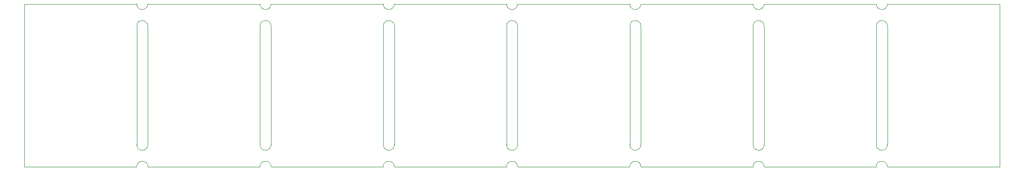
<source format=gbr>
G04 #@! TF.GenerationSoftware,KiCad,Pcbnew,5.1.5-52549c5~86~ubuntu19.10.1*
G04 #@! TF.CreationDate,2020-04-09T14:04:23+02:00*
G04 #@! TF.ProjectId,multi_CH,6d756c74-695f-4434-982e-6b696361645f,rev?*
G04 #@! TF.SameCoordinates,Original*
G04 #@! TF.FileFunction,Profile,NP*
%FSLAX46Y46*%
G04 Gerber Fmt 4.6, Leading zero omitted, Abs format (unit mm)*
G04 Created by KiCad (PCBNEW 5.1.5-52549c5~86~ubuntu19.10.1) date 2020-04-09 14:04:23*
%MOMM*%
%LPD*%
G04 APERTURE LIST*
%ADD10C,0.050000*%
G04 APERTURE END LIST*
D10*
X176700260Y-101959260D02*
G75*
G02X174698740Y-101959260I-1000760J0D01*
G01*
X154370260Y-101959260D02*
G75*
G02X152368740Y-101959260I-1000760J0D01*
G01*
X132040260Y-101959260D02*
G75*
G02X130038740Y-101959260I-1000760J0D01*
G01*
X109710260Y-101959260D02*
G75*
G02X107708740Y-101959260I-1000760J0D01*
G01*
X87380260Y-101959260D02*
G75*
G02X85378740Y-101959260I-1000760J0D01*
G01*
X65050260Y-101959260D02*
G75*
G02X63048740Y-101959260I-1000760J0D01*
G01*
X42720260Y-101959260D02*
G75*
G02X40718740Y-101959260I-1000760J0D01*
G01*
X174701280Y-80318760D02*
G75*
G02X176702800Y-80318760I1000760J0D01*
G01*
X152371280Y-80318760D02*
G75*
G02X154372800Y-80318760I1000760J0D01*
G01*
X130041280Y-80318760D02*
G75*
G02X132042800Y-80318760I1000760J0D01*
G01*
X107711280Y-80318760D02*
G75*
G02X109712800Y-80318760I1000760J0D01*
G01*
X85381280Y-80318760D02*
G75*
G02X87382800Y-80318760I1000760J0D01*
G01*
X63051280Y-80318760D02*
G75*
G02X65052800Y-80318760I1000760J0D01*
G01*
X40721280Y-80318760D02*
G75*
G02X42722800Y-80318760I1000760J0D01*
G01*
X174690260Y-105966260D02*
G75*
G02X176708740Y-105966260I1009240J0D01*
G01*
X152360260Y-105966260D02*
G75*
G02X154378740Y-105966260I1009240J0D01*
G01*
X130030260Y-105966260D02*
G75*
G02X132048740Y-105966260I1009240J0D01*
G01*
X107700260Y-105966260D02*
G75*
G02X109718740Y-105966260I1009240J0D01*
G01*
X85370260Y-105966260D02*
G75*
G02X87388740Y-105966260I1009240J0D01*
G01*
X63040260Y-105966260D02*
G75*
G02X65058740Y-105966260I1009240J0D01*
G01*
X40710260Y-105966260D02*
G75*
G02X42728740Y-105966260I1009240J0D01*
G01*
X176700260Y-101959260D02*
X176702800Y-80318760D01*
X154370260Y-101959260D02*
X154372800Y-80318760D01*
X132040260Y-101959260D02*
X132042800Y-80318760D01*
X109710260Y-101959260D02*
X109712800Y-80318760D01*
X87380260Y-101959260D02*
X87382800Y-80318760D01*
X65050260Y-101959260D02*
X65052800Y-80318760D01*
X42720260Y-101959260D02*
X42722800Y-80318760D01*
X176700260Y-76311760D02*
G75*
G02X174698740Y-76311760I-1000760J0D01*
G01*
X154370260Y-76311760D02*
G75*
G02X152368740Y-76311760I-1000760J0D01*
G01*
X132040260Y-76311760D02*
G75*
G02X130038740Y-76311760I-1000760J0D01*
G01*
X109710260Y-76311760D02*
G75*
G02X107708740Y-76311760I-1000760J0D01*
G01*
X87380260Y-76311760D02*
G75*
G02X85378740Y-76311760I-1000760J0D01*
G01*
X65050260Y-76311760D02*
G75*
G02X63048740Y-76311760I-1000760J0D01*
G01*
X42720260Y-76311760D02*
G75*
G02X40718740Y-76311760I-1000760J0D01*
G01*
X197028740Y-76311760D02*
X197028740Y-105966260D01*
X174701280Y-80318760D02*
X174698740Y-101959260D01*
X152371280Y-80318760D02*
X152368740Y-101959260D01*
X130041280Y-80318760D02*
X130038740Y-101959260D01*
X107711280Y-80318760D02*
X107708740Y-101959260D01*
X85381280Y-80318760D02*
X85378740Y-101959260D01*
X63051280Y-80318760D02*
X63048740Y-101959260D01*
X197028740Y-105966260D02*
X176708740Y-105966260D01*
X174690260Y-105966260D02*
X154378740Y-105966260D01*
X152360260Y-105966260D02*
X132048740Y-105966260D01*
X130030260Y-105966260D02*
X109718740Y-105966260D01*
X107700260Y-105966260D02*
X87388740Y-105966260D01*
X85370260Y-105966260D02*
X65058740Y-105966260D01*
X63040260Y-105966260D02*
X42728740Y-105966260D01*
X176700260Y-76311760D02*
X197028740Y-76311760D01*
X154370260Y-76311760D02*
X174698740Y-76311760D01*
X132040260Y-76311760D02*
X152368740Y-76311760D01*
X109710260Y-76311760D02*
X130038740Y-76311760D01*
X87380260Y-76311760D02*
X107708740Y-76311760D01*
X65050260Y-76311760D02*
X85378740Y-76311760D01*
X42720260Y-76311760D02*
X63048740Y-76311760D01*
X20390260Y-105966260D02*
X20390260Y-76311760D01*
X40721280Y-80318760D02*
X40718740Y-101959260D01*
X40710260Y-105966260D02*
X20390260Y-105966260D01*
X20390260Y-76311760D02*
X40718740Y-76311760D01*
M02*

</source>
